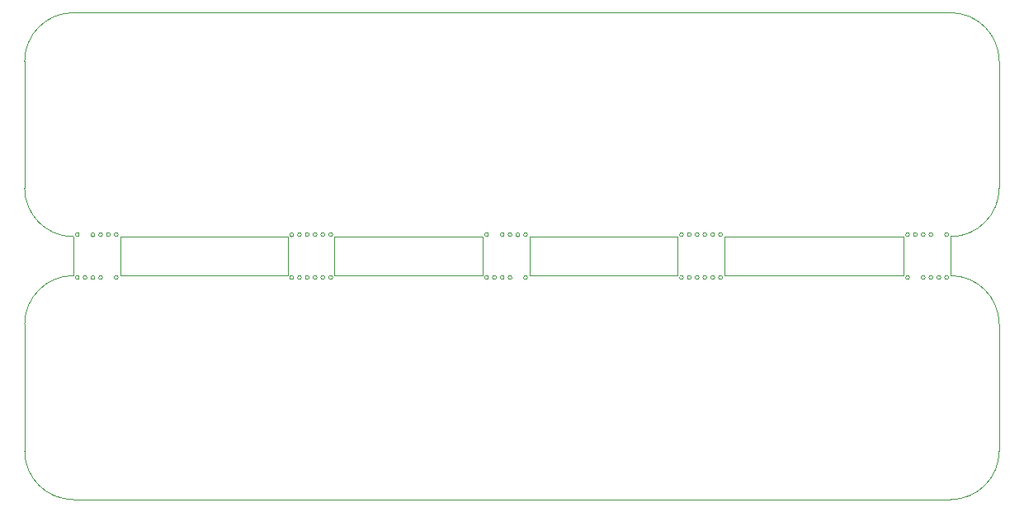
<source format=gbr>
G04 #@! TF.GenerationSoftware,KiCad,Pcbnew,(5.1.5)-3*
G04 #@! TF.CreationDate,2020-05-02T19:50:40+02:00*
G04 #@! TF.ProjectId,kyrremann,6b797272-656d-4616-9e6e-2e6b69636164,rev?*
G04 #@! TF.SameCoordinates,Original*
G04 #@! TF.FileFunction,Profile,NP*
%FSLAX46Y46*%
G04 Gerber Fmt 4.6, Leading zero omitted, Abs format (unit mm)*
G04 Created by KiCad (PCBNEW (5.1.5)-3) date 2020-05-02 19:50:40*
%MOMM*%
%LPD*%
G04 APERTURE LIST*
%ADD10C,0.050000*%
G04 APERTURE END LIST*
D10*
X149000000Y-72200000D02*
G75*
G03X149000000Y-72200000I-200000J0D01*
G01*
X147400000Y-72200000D02*
G75*
G03X147400000Y-72200000I-200000J0D01*
G01*
X146600000Y-67800000D02*
G75*
G03X146600000Y-67800000I-200000J0D01*
G01*
X145800000Y-72200000D02*
G75*
G03X145800000Y-72200000I-200000J0D01*
G01*
X145800000Y-67800000D02*
G75*
G03X145800000Y-67800000I-200000J0D01*
G01*
X147400000Y-67800000D02*
G75*
G03X147400000Y-67800000I-200000J0D01*
G01*
X149800000Y-72200000D02*
G75*
G03X149800000Y-72200000I-200000J0D01*
G01*
X149800000Y-67800000D02*
G75*
G03X149800000Y-67800000I-200000J0D01*
G01*
X148200000Y-72200000D02*
G75*
G03X148200000Y-72200000I-200000J0D01*
G01*
X148200000Y-67800000D02*
G75*
G03X148200000Y-67800000I-200000J0D01*
G01*
X122600000Y-72200000D02*
G75*
G03X122600000Y-72200000I-200000J0D01*
G01*
X125800000Y-72200000D02*
G75*
G03X125800000Y-72200000I-200000J0D01*
G01*
X123400000Y-72200000D02*
G75*
G03X123400000Y-72200000I-200000J0D01*
G01*
X126600000Y-72200000D02*
G75*
G03X126600000Y-72200000I-200000J0D01*
G01*
X124200000Y-72200000D02*
G75*
G03X124200000Y-72200000I-200000J0D01*
G01*
X122600000Y-67800000D02*
G75*
G03X122600000Y-67800000I-200000J0D01*
G01*
X123400000Y-67800000D02*
G75*
G03X123400000Y-67800000I-200000J0D01*
G01*
X125000000Y-72200000D02*
G75*
G03X125000000Y-72200000I-200000J0D01*
G01*
X125800000Y-67800000D02*
G75*
G03X125800000Y-67800000I-200000J0D01*
G01*
X124200000Y-67800000D02*
G75*
G03X124200000Y-67800000I-200000J0D01*
G01*
X126600000Y-67800000D02*
G75*
G03X126600000Y-67800000I-200000J0D01*
G01*
X125000000Y-67800000D02*
G75*
G03X125000000Y-67800000I-200000J0D01*
G01*
X104200000Y-72200000D02*
G75*
G03X104200000Y-72200000I-200000J0D01*
G01*
X102600000Y-72200000D02*
G75*
G03X102600000Y-72200000I-200000J0D01*
G01*
X102600000Y-67800000D02*
G75*
G03X102600000Y-67800000I-200000J0D01*
G01*
X104200000Y-67800000D02*
G75*
G03X104200000Y-67800000I-200000J0D01*
G01*
X105800000Y-67800000D02*
G75*
G03X105800000Y-67800000I-200000J0D01*
G01*
X106600000Y-72200000D02*
G75*
G03X106600000Y-72200000I-200000J0D01*
G01*
X106600000Y-67800000D02*
G75*
G03X106600000Y-67800000I-200000J0D01*
G01*
X105000000Y-72200000D02*
G75*
G03X105000000Y-72200000I-200000J0D01*
G01*
X105000000Y-67800000D02*
G75*
G03X105000000Y-67800000I-200000J0D01*
G01*
X103400000Y-72200000D02*
G75*
G03X103400000Y-72200000I-200000J0D01*
G01*
X84200000Y-72200000D02*
G75*
G03X84200000Y-72200000I-200000J0D01*
G01*
X83400000Y-67800000D02*
G75*
G03X83400000Y-67800000I-200000J0D01*
G01*
X85800000Y-72200000D02*
G75*
G03X85800000Y-72200000I-200000J0D01*
G01*
X82600000Y-72200000D02*
G75*
G03X82600000Y-72200000I-200000J0D01*
G01*
X82600000Y-67800000D02*
G75*
G03X82600000Y-67800000I-200000J0D01*
G01*
X84200000Y-67800000D02*
G75*
G03X84200000Y-67800000I-200000J0D01*
G01*
X85800000Y-67800000D02*
G75*
G03X85800000Y-67800000I-200000J0D01*
G01*
X86600000Y-72200000D02*
G75*
G03X86600000Y-72200000I-200000J0D01*
G01*
X86600000Y-67800000D02*
G75*
G03X86600000Y-67800000I-200000J0D01*
G01*
X85000000Y-72200000D02*
G75*
G03X85000000Y-72200000I-200000J0D01*
G01*
X85000000Y-67800000D02*
G75*
G03X85000000Y-67800000I-200000J0D01*
G01*
X83400000Y-72200000D02*
G75*
G03X83400000Y-72200000I-200000J0D01*
G01*
X62200000Y-67800000D02*
G75*
G03X62200000Y-67800000I-200000J0D01*
G01*
X63800000Y-67800000D02*
G75*
G03X63800000Y-67800000I-200000J0D01*
G01*
X60600000Y-67800000D02*
G75*
G03X60600000Y-67800000I-200000J0D01*
G01*
X64600000Y-67800000D02*
G75*
G03X64600000Y-67800000I-200000J0D01*
G01*
X63000000Y-67800000D02*
G75*
G03X63000000Y-67800000I-200000J0D01*
G01*
X64600000Y-72200000D02*
G75*
G03X64600000Y-72200000I-200000J0D01*
G01*
X63000000Y-72200000D02*
G75*
G03X63000000Y-72200000I-200000J0D01*
G01*
X62200000Y-72200000D02*
G75*
G03X62200000Y-72200000I-200000J0D01*
G01*
X61400000Y-72200000D02*
G75*
G03X61400000Y-72200000I-200000J0D01*
G01*
X60600000Y-72200000D02*
G75*
G03X60600000Y-72200000I-200000J0D01*
G01*
X155000000Y-63000000D02*
G75*
G02X150000000Y-68000000I-5000000J0D01*
G01*
X150000000Y-72000000D02*
G75*
G02X155000000Y-77000000I0J-5000000D01*
G01*
X60000000Y-68000000D02*
G75*
G02X55000000Y-63000000I0J5000000D01*
G01*
X55000000Y-77000000D02*
G75*
G02X60000000Y-72000000I5000000J0D01*
G01*
X126800000Y-72000000D02*
X145200000Y-72000000D01*
X106800000Y-72000000D02*
X122000000Y-72000000D01*
X86800000Y-72000000D02*
X102000000Y-72000000D01*
X64800000Y-72000000D02*
X82000000Y-72000000D01*
X126800000Y-68000000D02*
X145200000Y-68000000D01*
X106800000Y-68000000D02*
X122000000Y-68000000D01*
X86800000Y-68000000D02*
X102000000Y-68000000D01*
X64800000Y-68000000D02*
X82000000Y-68000000D01*
X55000000Y-50000000D02*
X55000000Y-63000000D01*
X155000000Y-50000000D02*
X155000000Y-63000000D01*
X122000000Y-72000000D02*
X122000000Y-68000000D01*
X126800000Y-68000000D02*
X126800000Y-72000000D01*
X145200000Y-72000000D02*
X145200000Y-68000000D01*
X150000000Y-68000000D02*
X150000000Y-72000000D01*
X86800000Y-72000000D02*
X86800000Y-68000000D01*
X82000000Y-68000000D02*
X82000000Y-72000000D01*
X106800000Y-68000000D02*
X106800000Y-72000000D01*
X102000000Y-68000000D02*
X102000000Y-72000000D01*
X64800000Y-68000000D02*
X64800000Y-72000000D01*
X60000000Y-68000000D02*
X60000000Y-72000000D01*
X155000000Y-90000000D02*
G75*
G02X150000000Y-95000000I-5000000J0D01*
G01*
X155000000Y-50000000D02*
G75*
G03X150000000Y-45000000I-5000000J0D01*
G01*
X55000000Y-50000000D02*
G75*
G02X60000000Y-45000000I5000000J0D01*
G01*
X60000000Y-95000000D02*
G75*
G02X55000000Y-90000000I0J5000000D01*
G01*
X155000000Y-77000000D02*
X155000000Y-90000000D01*
X55000000Y-77000000D02*
X55000000Y-90000000D01*
X60000000Y-95000000D02*
X150000000Y-95000000D01*
X60000000Y-45000000D02*
X150000000Y-45000000D01*
M02*

</source>
